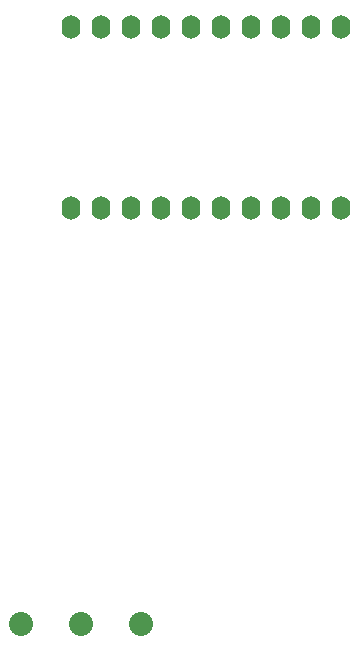
<source format=gbr>
%TF.GenerationSoftware,KiCad,Pcbnew,8.0.6*%
%TF.CreationDate,2024-11-26T16:04:19+01:00*%
%TF.ProjectId,doorbell_watcher,646f6f72-6265-46c6-9c5f-776174636865,rev?*%
%TF.SameCoordinates,Original*%
%TF.FileFunction,Soldermask,Bot*%
%TF.FilePolarity,Negative*%
%FSLAX46Y46*%
G04 Gerber Fmt 4.6, Leading zero omitted, Abs format (unit mm)*
G04 Created by KiCad (PCBNEW 8.0.6) date 2024-11-26 16:04:19*
%MOMM*%
%LPD*%
G01*
G04 APERTURE LIST*
%ADD10O,1.600000X2.000000*%
%ADD11C,2.032000*%
G04 APERTURE END LIST*
D10*
%TO.C,J3*%
X146620000Y-79571000D03*
X144080000Y-79571000D03*
X141540000Y-79571000D03*
X139000000Y-79571000D03*
X136460000Y-79571000D03*
X133920000Y-79571000D03*
X131380000Y-79571000D03*
X128840000Y-79571000D03*
X126300000Y-79571000D03*
X123760000Y-79571000D03*
%TD*%
D11*
%TO.C,J1*%
X129680000Y-114800000D03*
X124600000Y-114800000D03*
X119520000Y-114800000D03*
%TD*%
D10*
%TO.C,J2*%
X146620000Y-64250000D03*
X144080000Y-64250000D03*
X141540000Y-64250000D03*
X139000000Y-64250000D03*
X136460000Y-64250000D03*
X133920000Y-64250000D03*
X131380000Y-64250000D03*
X128840000Y-64250000D03*
X126300000Y-64250000D03*
X123760000Y-64250000D03*
%TD*%
M02*

</source>
